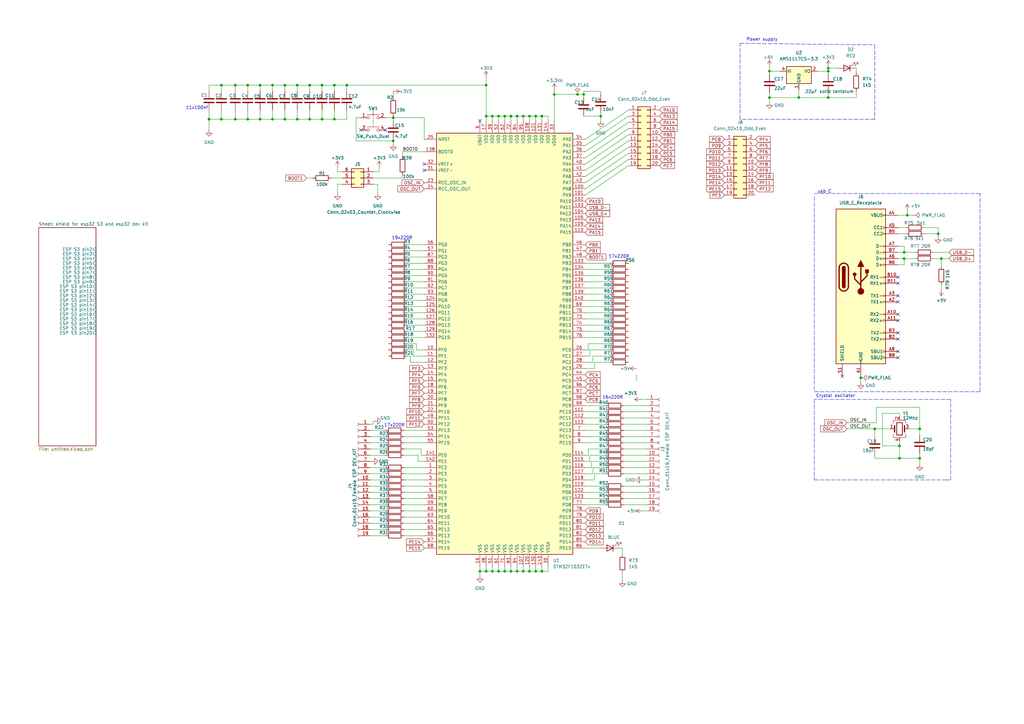
<source format=kicad_sch>
(kicad_sch (version 20211123) (generator eeschema)
  (paper "A3")
  (junction (at 90.805 48.895))
  (junction (at 161.29 48.26))
  (junction (at 327.66 40.005))
  (junction (at 222.25 47.625))
  (junction (at 384.81 95.885))
  (junction (at 85.725 48.895))
  (junction (at 368.935 182.88))
  (junction (at 217.17 47.625))
  (junction (at 353.06 154.94))
  (junction (at 90.805 34.925))
  (junction (at 132.08 34.925))
  (junction (at 214.63 234.315))
  (junction (at 239.395 38.735))
  (junction (at 315.595 40.005))
  (junction (at 137.16 34.925))
  (junction (at 377.19 187.96))
  (junction (at 370.84 103.505))
  (junction (at 132.08 48.895))
  (junction (at 204.47 234.315))
  (junction (at 227.33 38.735))
  (junction (at 339.725 29.21))
  (junction (at 372.11 88.265))
  (junction (at 377.19 175.895))
  (junction (at 207.01 47.625))
  (junction (at 121.92 48.895))
  (junction (at 201.93 47.625))
  (junction (at 222.25 234.315))
  (junction (at 370.84 106.045))
  (junction (at 106.68 34.925))
  (junction (at 207.01 234.315))
  (junction (at 116.84 48.895))
  (junction (at 199.39 34.925))
  (junction (at 339.725 40.005))
  (junction (at 246.38 47.625))
  (junction (at 368.935 187.96))
  (junction (at 116.84 34.925))
  (junction (at 201.93 234.315))
  (junction (at 236.855 38.735))
  (junction (at 209.55 234.315))
  (junction (at 96.52 48.895))
  (junction (at 358.775 175.895))
  (junction (at 386.08 106.045))
  (junction (at 142.24 34.925))
  (junction (at 219.71 47.625))
  (junction (at 209.55 47.625))
  (junction (at 106.68 48.895))
  (junction (at 199.39 234.315))
  (junction (at 111.76 34.925))
  (junction (at 96.52 34.925))
  (junction (at 196.85 234.315))
  (junction (at 214.63 47.625))
  (junction (at 137.16 48.895))
  (junction (at 121.92 34.925))
  (junction (at 217.17 234.315))
  (junction (at 212.09 234.315))
  (junction (at 339.725 27.94))
  (junction (at 315.595 29.21))
  (junction (at 101.6 48.895))
  (junction (at 204.47 47.625))
  (junction (at 219.71 234.315))
  (junction (at 127 48.895))
  (junction (at 111.76 48.895))
  (junction (at 161.29 57.785))
  (junction (at 212.09 47.625))
  (junction (at 199.39 47.625))
  (junction (at 101.6 34.925))
  (junction (at 127 34.925))
  (no_connect (at 368.3 139.065))
  (no_connect (at 158.115 53.34))
  (no_connect (at 368.3 113.665))
  (no_connect (at 368.3 146.685))
  (no_connect (at 196.85 49.53))
  (no_connect (at 368.3 116.205))
  (no_connect (at 368.3 123.825))
  (no_connect (at 345.44 154.305))
  (no_connect (at 368.3 131.445))
  (no_connect (at 368.3 121.285))
  (no_connect (at 368.3 144.145))
  (no_connect (at 368.3 128.905))
  (no_connect (at 173.99 69.85))
  (no_connect (at 173.99 67.31))
  (no_connect (at 368.3 136.525))
  (no_connect (at 147.955 53.34))
  (wire (pts (xy 146.05 48.26) (xy 147.955 48.26)))
  (wire (pts (xy 240.03 64.77) (xy 257.81 52.705)))
  (wire (pts (xy 151.765 219.71) (xy 158.115 219.71)))
  (wire (pts (xy 90.805 45.085) (xy 90.805 48.895)))
  (wire (pts (xy 90.805 34.925) (xy 90.805 37.465)))
  (wire (pts (xy 240.03 135.89) (xy 250.19 135.89)))
  (wire (pts (xy 146.05 57.785) (xy 161.29 57.785)))
  (wire (pts (xy 161.29 47.625) (xy 161.29 48.26)))
  (wire (pts (xy 250.19 140.97) (xy 241.3 140.97)))
  (wire (pts (xy 240.03 166.37) (xy 248.285 166.37)))
  (wire (pts (xy 116.84 45.085) (xy 116.84 48.895)))
  (wire (pts (xy 96.52 48.895) (xy 90.805 48.895)))
  (wire (pts (xy 240.03 199.39) (xy 248.285 199.39)))
  (wire (pts (xy 255.905 179.07) (xy 265.43 179.07)))
  (wire (pts (xy 96.52 45.085) (xy 96.52 48.895)))
  (wire (pts (xy 368.3 93.345) (xy 371.475 93.345)))
  (wire (pts (xy 158.115 184.15) (xy 151.765 184.15)))
  (wire (pts (xy 370.84 108.585) (xy 370.84 106.045)))
  (wire (pts (xy 377.19 186.055) (xy 377.19 187.96)))
  (wire (pts (xy 132.08 34.925) (xy 132.08 37.465)))
  (wire (pts (xy 85.725 48.895) (xy 85.725 53.34)))
  (wire (pts (xy 351.155 40.005) (xy 339.725 40.005)))
  (wire (pts (xy 239.395 38.735) (xy 239.395 40.005)))
  (wire (pts (xy 240.03 151.13) (xy 243.84 151.13)))
  (wire (pts (xy 173.99 110.49) (xy 167.005 110.49)))
  (wire (pts (xy 359.41 173.355) (xy 359.41 167.005)))
  (wire (pts (xy 161.29 57.785) (xy 161.29 59.055)))
  (wire (pts (xy 246.38 46.355) (xy 246.38 47.625)))
  (wire (pts (xy 170.815 143.51) (xy 170.815 140.97)))
  (wire (pts (xy 212.09 234.315) (xy 214.63 234.315)))
  (wire (pts (xy 161.29 48.26) (xy 161.29 49.53)))
  (wire (pts (xy 240.03 125.73) (xy 250.19 125.73)))
  (wire (pts (xy 153.035 75.565) (xy 154.94 75.565)))
  (polyline (pts (xy 358.775 48.895) (xy 303.53 48.895)))
  (wire (pts (xy 372.11 88.265) (xy 372.11 86.36)))
  (wire (pts (xy 255.905 204.47) (xy 265.43 204.47)))
  (wire (pts (xy 171.45 186.69) (xy 165.735 186.69)))
  (wire (pts (xy 372.745 175.895) (xy 377.19 175.895)))
  (wire (pts (xy 138.43 70.485) (xy 140.335 70.485)))
  (wire (pts (xy 132.08 34.925) (xy 137.16 34.925)))
  (wire (pts (xy 217.17 232.41) (xy 217.17 234.315)))
  (wire (pts (xy 165.735 219.71) (xy 173.99 219.71)))
  (wire (pts (xy 173.99 125.73) (xy 167.005 125.73)))
  (wire (pts (xy 106.68 34.925) (xy 111.76 34.925)))
  (wire (pts (xy 96.52 34.925) (xy 101.6 34.925)))
  (wire (pts (xy 151.765 209.55) (xy 158.115 209.55)))
  (wire (pts (xy 199.39 232.41) (xy 199.39 234.315)))
  (wire (pts (xy 222.25 234.315) (xy 224.79 234.315)))
  (wire (pts (xy 222.25 47.625) (xy 222.25 49.53)))
  (wire (pts (xy 240.03 148.59) (xy 243.205 148.59)))
  (wire (pts (xy 243.205 191.77) (xy 248.285 191.77)))
  (wire (pts (xy 167.005 140.97) (xy 170.815 140.97)))
  (wire (pts (xy 339.725 29.21) (xy 339.725 30.48)))
  (wire (pts (xy 255.905 201.93) (xy 265.43 201.93)))
  (wire (pts (xy 204.47 232.41) (xy 204.47 234.315)))
  (wire (pts (xy 242.57 191.77) (xy 240.03 191.77)))
  (wire (pts (xy 240.03 189.23) (xy 241.935 189.23)))
  (wire (pts (xy 165.7885 204.47) (xy 173.99 204.47)))
  (wire (pts (xy 111.76 45.085) (xy 111.76 48.895)))
  (wire (pts (xy 173.99 133.35) (xy 167.005 133.35)))
  (wire (pts (xy 173.99 48.26) (xy 173.99 57.15)))
  (wire (pts (xy 173.99 135.89) (xy 167.005 135.89)))
  (wire (pts (xy 106.68 48.895) (xy 101.6 48.895)))
  (wire (pts (xy 151.765 176.53) (xy 158.115 176.53)))
  (wire (pts (xy 137.16 34.925) (xy 142.24 34.925)))
  (wire (pts (xy 370.84 106.045) (xy 375.285 106.045)))
  (wire (pts (xy 255.27 224.79) (xy 255.27 227.33)))
  (wire (pts (xy 255.905 173.99) (xy 265.43 173.99)))
  (wire (pts (xy 222.25 47.625) (xy 224.79 47.625)))
  (wire (pts (xy 224.79 47.625) (xy 224.79 49.53)))
  (wire (pts (xy 368.3 100.965) (xy 370.84 100.965)))
  (wire (pts (xy 204.47 234.315) (xy 207.01 234.315)))
  (wire (pts (xy 173.99 138.43) (xy 167.005 138.43)))
  (wire (pts (xy 153.035 70.485) (xy 155.575 70.485)))
  (polyline (pts (xy 389.89 163.83) (xy 334.01 163.83)))
  (wire (pts (xy 173.99 186.69) (xy 172.72 186.69)))
  (wire (pts (xy 241.3 143.51) (xy 240.03 143.51)))
  (wire (pts (xy 209.55 47.625) (xy 209.55 49.53)))
  (wire (pts (xy 153.035 172.72) (xy 153.67 172.72)))
  (wire (pts (xy 370.84 100.965) (xy 370.84 103.505)))
  (wire (pts (xy 171.45 189.23) (xy 171.45 186.69)))
  (wire (pts (xy 161.29 57.15) (xy 161.29 57.785)))
  (wire (pts (xy 121.92 34.925) (xy 121.92 37.465)))
  (wire (pts (xy 207.01 47.625) (xy 209.55 47.625)))
  (wire (pts (xy 386.08 116.84) (xy 386.08 118.745)))
  (wire (pts (xy 212.09 232.41) (xy 212.09 234.315)))
  (wire (pts (xy 146.05 48.26) (xy 146.05 57.785)))
  (wire (pts (xy 241.3 184.15) (xy 248.285 184.15)))
  (wire (pts (xy 248.285 189.23) (xy 242.57 189.23)))
  (wire (pts (xy 165.1 62.23) (xy 165.1 64.135)))
  (wire (pts (xy 240.03 194.31) (xy 243.205 194.31)))
  (wire (pts (xy 358.775 175.895) (xy 358.775 179.07)))
  (wire (pts (xy 377.19 175.895) (xy 377.19 178.435)))
  (wire (pts (xy 240.03 133.35) (xy 250.19 133.35)))
  (wire (pts (xy 240.03 115.57) (xy 250.19 115.57)))
  (wire (pts (xy 121.92 34.925) (xy 127 34.925)))
  (wire (pts (xy 137.16 34.925) (xy 137.16 37.465)))
  (wire (pts (xy 153.035 73.025) (xy 165.1 73.025)))
  (wire (pts (xy 199.39 47.625) (xy 201.93 47.625)))
  (wire (pts (xy 111.76 48.895) (xy 116.84 48.895)))
  (wire (pts (xy 151.765 217.17) (xy 158.115 217.17)))
  (wire (pts (xy 165.735 176.53) (xy 173.99 176.53)))
  (wire (pts (xy 246.38 47.625) (xy 239.395 47.625)))
  (wire (pts (xy 243.205 146.05) (xy 250.19 146.05)))
  (wire (pts (xy 240.03 69.85) (xy 257.81 57.785)))
  (wire (pts (xy 165.7885 191.77) (xy 173.99 191.77)))
  (wire (pts (xy 248.285 194.31) (xy 243.84 194.31)))
  (wire (pts (xy 243.84 148.59) (xy 250.19 148.59)))
  (wire (pts (xy 239.395 37.465) (xy 239.395 38.735)))
  (wire (pts (xy 173.99 128.27) (xy 167.005 128.27)))
  (wire (pts (xy 315.595 40.005) (xy 327.66 40.005)))
  (wire (pts (xy 151.765 189.23) (xy 152.4 189.23)))
  (wire (pts (xy 263.525 196.85) (xy 265.43 196.85)))
  (wire (pts (xy 243.84 151.13) (xy 243.84 148.59)))
  (wire (pts (xy 240.03 113.03) (xy 250.19 113.03)))
  (wire (pts (xy 167.005 102.87) (xy 173.99 102.87)))
  (wire (pts (xy 127 34.925) (xy 127 37.465)))
  (wire (pts (xy 240.03 171.45) (xy 248.285 171.45)))
  (wire (pts (xy 339.725 40.005) (xy 339.725 38.1)))
  (wire (pts (xy 227.33 38.735) (xy 227.33 49.53)))
  (wire (pts (xy 353.06 154.94) (xy 353.06 156.845)))
  (wire (pts (xy 227.33 38.735) (xy 236.855 38.735)))
  (wire (pts (xy 132.08 45.085) (xy 132.08 48.895)))
  (wire (pts (xy 173.99 107.95) (xy 167.005 107.95)))
  (wire (pts (xy 212.09 47.625) (xy 212.09 49.53)))
  (wire (pts (xy 127 48.895) (xy 132.08 48.895)))
  (wire (pts (xy 85.725 37.465) (xy 85.725 34.925)))
  (polyline (pts (xy 334.01 79.375) (xy 401.955 79.375)))
  (wire (pts (xy 315.595 29.21) (xy 315.595 30.48)))
  (wire (pts (xy 255.905 186.69) (xy 265.43 186.69)))
  (wire (pts (xy 151.765 214.63) (xy 158.115 214.63)))
  (wire (pts (xy 382.905 103.505) (xy 389.255 103.505)))
  (wire (pts (xy 242.57 189.23) (xy 242.57 191.77)))
  (wire (pts (xy 201.93 232.41) (xy 201.93 234.315)))
  (wire (pts (xy 241.935 186.69) (xy 248.285 186.69)))
  (wire (pts (xy 358.775 186.69) (xy 358.775 187.96)))
  (wire (pts (xy 240.03 128.27) (xy 250.19 128.27)))
  (wire (pts (xy 214.63 47.625) (xy 217.17 47.625)))
  (wire (pts (xy 173.99 123.19) (xy 167.005 123.19)))
  (wire (pts (xy 165.735 217.17) (xy 173.99 217.17)))
  (wire (pts (xy 384.81 95.885) (xy 384.81 97.155)))
  (wire (pts (xy 353.06 154.305) (xy 353.06 154.94)))
  (wire (pts (xy 127 45.085) (xy 127 48.895)))
  (wire (pts (xy 263.525 209.55) (xy 265.43 209.55)))
  (wire (pts (xy 240.03 176.53) (xy 248.285 176.53)))
  (wire (pts (xy 151.765 199.39) (xy 158.1685 199.39)))
  (wire (pts (xy 207.01 232.41) (xy 207.01 234.315)))
  (wire (pts (xy 142.24 34.925) (xy 142.24 37.465)))
  (wire (pts (xy 243.84 196.85) (xy 240.03 196.85)))
  (wire (pts (xy 111.76 34.925) (xy 116.84 34.925)))
  (wire (pts (xy 196.85 234.315) (xy 196.85 236.22)))
  (wire (pts (xy 240.03 57.15) (xy 257.81 45.085)))
  (wire (pts (xy 214.63 234.315) (xy 217.17 234.315)))
  (wire (pts (xy 361.95 182.88) (xy 368.935 182.88)))
  (wire (pts (xy 255.905 166.37) (xy 265.43 166.37)))
  (wire (pts (xy 255.27 234.95) (xy 255.27 238.125)))
  (wire (pts (xy 201.93 47.625) (xy 201.93 49.53)))
  (wire (pts (xy 351.155 37.465) (xy 351.155 40.005)))
  (wire (pts (xy 201.93 234.315) (xy 204.47 234.315)))
  (polyline (pts (xy 303.53 48.895) (xy 303.53 17.78)))
  (wire (pts (xy 315.595 38.1) (xy 315.595 40.005)))
  (wire (pts (xy 241.3 140.97) (xy 241.3 143.51)))
  (wire (pts (xy 240.03 59.69) (xy 257.81 47.625)))
  (wire (pts (xy 240.03 62.23) (xy 257.81 50.165)))
  (wire (pts (xy 384.81 93.345) (xy 384.81 95.885)))
  (wire (pts (xy 106.68 48.895) (xy 111.76 48.895)))
  (wire (pts (xy 151.765 207.01) (xy 158.1685 207.01)))
  (wire (pts (xy 158.115 186.69) (xy 151.765 186.69)))
  (wire (pts (xy 132.08 48.895) (xy 137.16 48.895)))
  (wire (pts (xy 125.73 73.025) (xy 128.27 73.025)))
  (wire (pts (xy 260.985 153.67) (xy 260.985 156.21)))
  (wire (pts (xy 243.84 194.31) (xy 243.84 196.85)))
  (wire (pts (xy 121.92 45.085) (xy 121.92 48.895)))
  (wire (pts (xy 173.99 118.11) (xy 167.005 118.11)))
  (wire (pts (xy 161.29 48.26) (xy 173.99 48.26)))
  (wire (pts (xy 172.72 184.15) (xy 165.735 184.15)))
  (wire (pts (xy 240.03 120.65) (xy 250.19 120.65)))
  (wire (pts (xy 207.01 47.625) (xy 207.01 49.53)))
  (wire (pts (xy 165.735 214.63) (xy 173.99 214.63)))
  (wire (pts (xy 217.17 47.625) (xy 217.17 49.53)))
  (polyline (pts (xy 334.01 160.655) (xy 401.955 160.655)))
  (wire (pts (xy 151.765 201.93) (xy 158.1685 201.93)))
  (wire (pts (xy 262.89 163.83) (xy 265.43 163.83)))
  (wire (pts (xy 370.84 103.505) (xy 375.285 103.505)))
  (wire (pts (xy 240.03 207.01) (xy 248.285 207.01)))
  (wire (pts (xy 368.3 88.265) (xy 372.11 88.265)))
  (wire (pts (xy 137.16 48.895) (xy 142.24 48.895)))
  (polyline (pts (xy 358.775 18.415) (xy 358.775 48.895)))
  (wire (pts (xy 377.19 190.5) (xy 377.19 187.96)))
  (wire (pts (xy 368.935 187.96) (xy 368.935 182.88)))
  (wire (pts (xy 327.66 40.005) (xy 327.66 36.83)))
  (wire (pts (xy 240.03 72.39) (xy 257.81 60.325)))
  (wire (pts (xy 255.905 184.15) (xy 265.43 184.15)))
  (wire (pts (xy 106.68 45.085) (xy 106.68 48.895)))
  (wire (pts (xy 241.935 143.51) (xy 250.19 143.51)))
  (wire (pts (xy 138.43 68.58) (xy 138.43 70.485)))
  (wire (pts (xy 201.93 47.625) (xy 204.47 47.625)))
  (wire (pts (xy 209.55 232.41) (xy 209.55 234.315)))
  (wire (pts (xy 255.905 207.01) (xy 265.43 207.01)))
  (wire (pts (xy 173.99 113.03) (xy 167.005 113.03)))
  (wire (pts (xy 361.95 169.545) (xy 361.95 182.88)))
  (wire (pts (xy 240.03 181.61) (xy 248.285 181.61)))
  (wire (pts (xy 368.3 108.585) (xy 370.84 108.585)))
  (wire (pts (xy 240.03 173.99) (xy 248.285 173.99)))
  (wire (pts (xy 382.905 106.045) (xy 386.08 106.045)))
  (wire (pts (xy 255.905 191.77) (xy 265.43 191.77)))
  (wire (pts (xy 161.29 37.465) (xy 161.29 40.005)))
  (wire (pts (xy 240.03 138.43) (xy 250.19 138.43)))
  (wire (pts (xy 315.595 40.005) (xy 315.595 41.91)))
  (wire (pts (xy 214.63 232.41) (xy 214.63 234.315)))
  (wire (pts (xy 151.765 179.07) (xy 158.115 179.07)))
  (wire (pts (xy 240.03 110.49) (xy 250.19 110.49)))
  (wire (pts (xy 151.765 194.31) (xy 158.1685 194.31)))
  (wire (pts (xy 151.765 212.09) (xy 158.115 212.09)))
  (wire (pts (xy 240.03 168.91) (xy 248.285 168.91)))
  (wire (pts (xy 151.765 191.77) (xy 158.1685 191.77)))
  (wire (pts (xy 165.735 212.09) (xy 173.99 212.09)))
  (wire (pts (xy 214.63 47.625) (xy 214.63 49.53)))
  (wire (pts (xy 85.725 34.925) (xy 90.805 34.925)))
  (wire (pts (xy 240.03 201.93) (xy 248.285 201.93)))
  (wire (pts (xy 167.005 100.33) (xy 173.99 100.33)))
  (wire (pts (xy 339.725 27.305) (xy 339.725 27.94)))
  (wire (pts (xy 199.39 47.625) (xy 199.39 49.53)))
  (wire (pts (xy 327.66 40.005) (xy 339.725 40.005)))
  (wire (pts (xy 240.03 123.19) (xy 250.19 123.19)))
  (wire (pts (xy 173.99 115.57) (xy 167.005 115.57)))
  (wire (pts (xy 241.935 146.05) (xy 241.935 143.51)))
  (wire (pts (xy 224.79 234.315) (xy 224.79 232.41)))
  (wire (pts (xy 339.725 27.94) (xy 343.535 27.94)))
  (wire (pts (xy 241.935 189.23) (xy 241.935 186.69)))
  (wire (pts (xy 240.03 224.79) (xy 246.38 224.79)))
  (wire (pts (xy 255.905 199.39) (xy 265.43 199.39)))
  (wire (pts (xy 212.09 47.625) (xy 214.63 47.625)))
  (wire (pts (xy 239.395 37.465) (xy 246.38 37.465)))
  (wire (pts (xy 246.38 37.465) (xy 246.38 38.735)))
  (wire (pts (xy 172.72 186.69) (xy 172.72 184.15)))
  (wire (pts (xy 165.735 181.61) (xy 173.99 181.61)))
  (wire (pts (xy 320.04 29.21) (xy 315.595 29.21)))
  (wire (pts (xy 158.115 48.26) (xy 161.29 48.26)))
  (wire (pts (xy 217.17 234.315) (xy 219.71 234.315)))
  (polyline (pts (xy 334.01 163.83) (xy 334.01 196.85)))
  (wire (pts (xy 196.85 234.315) (xy 199.39 234.315)))
  (wire (pts (xy 101.6 48.895) (xy 96.52 48.895)))
  (wire (pts (xy 85.725 45.085) (xy 85.725 48.895)))
  (wire (pts (xy 204.47 47.625) (xy 204.47 49.53)))
  (wire (pts (xy 243.205 148.59) (xy 243.205 146.05)))
  (polyline (pts (xy 387.985 196.85) (xy 389.89 196.85)))
  (wire (pts (xy 121.92 48.895) (xy 127 48.895)))
  (wire (pts (xy 368.3 106.045) (xy 370.84 106.045)))
  (wire (pts (xy 209.55 234.315) (xy 212.09 234.315)))
  (wire (pts (xy 255.905 168.91) (xy 265.43 168.91)))
  (wire (pts (xy 165.7885 194.31) (xy 173.99 194.31)))
  (wire (pts (xy 240.03 130.81) (xy 250.19 130.81)))
  (polyline (pts (xy 334.01 80.645) (xy 334.01 160.655)))
  (wire (pts (xy 173.99 130.81) (xy 167.005 130.81)))
  (wire (pts (xy 155.575 70.485) (xy 155.575 68.58)))
  (wire (pts (xy 240.03 204.47) (xy 248.285 204.47)))
  (wire (pts (xy 240.03 146.05) (xy 241.935 146.05)))
  (wire (pts (xy 219.71 47.625) (xy 222.25 47.625)))
  (wire (pts (xy 379.095 93.345) (xy 384.81 93.345)))
  (wire (pts (xy 101.6 34.925) (xy 101.6 37.465)))
  (wire (pts (xy 138.43 75.565) (xy 140.335 75.565)))
  (wire (pts (xy 169.545 143.51) (xy 167.005 143.51)))
  (wire (pts (xy 204.47 47.625) (xy 207.01 47.625)))
  (wire (pts (xy 240.03 179.07) (xy 248.285 179.07)))
  (wire (pts (xy 386.08 106.045) (xy 386.08 109.22)))
  (wire (pts (xy 165.7885 199.39) (xy 173.99 199.39)))
  (wire (pts (xy 222.25 232.41) (xy 222.25 234.315)))
  (wire (pts (xy 240.03 67.31) (xy 257.81 55.245)))
  (wire (pts (xy 219.71 232.41) (xy 219.71 234.315)))
  (wire (pts (xy 116.84 48.895) (xy 121.92 48.895)))
  (wire (pts (xy 243.205 194.31) (xy 243.205 191.77)))
  (wire (pts (xy 358.775 187.96) (xy 368.935 187.96)))
  (wire (pts (xy 240.03 118.11) (xy 250.19 118.11)))
  (wire (pts (xy 154.94 75.565) (xy 154.94 79.375)))
  (wire (pts (xy 151.765 181.61) (xy 158.115 181.61)))
  (wire (pts (xy 219.71 47.625) (xy 219.71 49.53)))
  (wire (pts (xy 142.24 45.085) (xy 142.24 48.895)))
  (wire (pts (xy 101.6 45.085) (xy 101.6 48.895)))
  (wire (pts (xy 116.84 34.925) (xy 121.92 34.925)))
  (wire (pts (xy 173.99 189.23) (xy 171.45 189.23)))
  (wire (pts (xy 236.855 38.735) (xy 239.395 38.735)))
  (wire (pts (xy 165.7885 207.01) (xy 173.99 207.01)))
  (wire (pts (xy 169.545 146.05) (xy 169.545 143.51)))
  (wire (pts (xy 255.905 171.45) (xy 265.43 171.45)))
  (wire (pts (xy 101.6 34.925) (xy 106.68 34.925)))
  (wire (pts (xy 153.035 173.99) (xy 153.035 172.72)))
  (wire (pts (xy 138.43 79.375) (xy 138.43 75.565)))
  (wire (pts (xy 151.765 204.47) (xy 158.1685 204.47)))
  (wire (pts (xy 359.41 167.005) (xy 377.19 167.005)))
  (wire (pts (xy 335.28 29.21) (xy 339.725 29.21)))
  (wire (pts (xy 165.7885 201.93) (xy 173.99 201.93)))
  (wire (pts (xy 265.43 189.23) (xy 255.905 189.23)))
  (wire (pts (xy 165.735 209.55) (xy 173.99 209.55)))
  (wire (pts (xy 199.39 234.315) (xy 201.93 234.315)))
  (wire (pts (xy 217.17 47.625) (xy 219.71 47.625)))
  (wire (pts (xy 255.905 181.61) (xy 265.43 181.61)))
  (wire (pts (xy 254 224.79) (xy 255.27 224.79)))
  (wire (pts (xy 168.275 146.05) (xy 167.005 146.05)))
  (wire (pts (xy 142.24 34.925) (xy 199.39 34.925)))
  (wire (pts (xy 315.595 27.305) (xy 315.595 29.21)))
  (wire (pts (xy 255.905 176.53) (xy 265.43 176.53)))
  (wire (pts (xy 368.935 169.545) (xy 361.95 169.545)))
  (wire (pts (xy 265.43 194.31) (xy 255.905 194.31)))
  (wire (pts (xy 358.775 175.895) (xy 365.125 175.895)))
  (wire (pts (xy 347.345 173.355) (xy 359.41 173.355)))
  (wire (pts (xy 165.7885 196.85) (xy 173.99 196.85)))
  (wire (pts (xy 135.89 73.025) (xy 140.335 73.025)))
  (wire (pts (xy 368.3 103.505) (xy 370.84 103.505)))
  (wire (pts (xy 240.03 107.95) (xy 250.19 107.95)))
  (wire (pts (xy 379.095 95.885) (xy 384.81 95.885)))
  (polyline (pts (xy 334.01 196.85) (xy 387.985 196.85)))
  (wire (pts (xy 374.65 88.265) (xy 372.11 88.265)))
  (wire (pts (xy 240.03 80.01) (xy 257.81 67.945)))
  (wire (pts (xy 116.84 34.925) (xy 116.84 37.465)))
  (wire (pts (xy 241.3 186.69) (xy 241.3 184.15)))
  (wire (pts (xy 199.39 31.75) (xy 199.39 34.925)))
  (wire (pts (xy 96.52 34.925) (xy 96.52 37.465)))
  (wire (pts (xy 246.38 47.625) (xy 246.38 49.53)))
  (wire (pts (xy 165.735 179.07) (xy 173.99 179.07)))
  (wire (pts (xy 196.85 232.41) (xy 196.85 234.315)))
  (wire (pts (xy 351.155 27.94) (xy 351.155 29.845)))
  (wire (pts (xy 85.725 48.895) (xy 90.805 48.895)))
  (wire (pts (xy 106.68 34.925) (xy 106.68 37.465)))
  (wire (pts (xy 151.765 173.99) (xy 153.035 173.99)))
  (wire (pts (xy 111.76 34.925) (xy 111.76 37.465)))
  (wire (pts (xy 209.55 47.625) (xy 212.09 47.625)))
  (wire (pts (xy 90.805 34.925) (xy 96.52 34.925)))
  (wire (pts (xy 168.275 148.59) (xy 168.275 146.05)))
  (wire (pts (xy 199.39 34.925) (xy 199.39 47.625)))
  (wire (pts (xy 173.99 105.41) (xy 167.005 105.41)))
  (wire (pts (xy 173.99 148.59) (xy 168.275 148.59)))
  (wire (pts (xy 240.03 74.93) (xy 257.81 62.865)))
  (wire (pts (xy 151.765 196.85) (xy 158.1685 196.85)))
  (wire (pts (xy 347.345 175.895) (xy 358.775 175.895)))
  (wire (pts (xy 368.935 182.88) (xy 368.935 180.975)))
  (wire (pts (xy 173.99 143.51) (xy 170.815 143.51)))
  (wire (pts (xy 368.935 187.96) (xy 377.19 187.96)))
  (wire (pts (xy 165.1 73.025) (xy 165.1 71.755)))
  (wire (pts (xy 127 34.925) (xy 132.08 34.925)))
  (wire (pts (xy 240.03 77.47) (xy 257.81 65.405)))
  (wire (pts (xy 207.01 234.315) (xy 209.55 234.315)))
  (polyline (pts (xy 401.955 160.655) (xy 401.955 79.375)))
  (wire (pts (xy 386.08 106.045) (xy 389.255 106.045)))
  (wire (pts (xy 227.33 36.83) (xy 227.33 38.735)))
  (wire (pts (xy 377.19 167.005) (xy 377.19 175.895)))
  (wire (pts (xy 137.16 45.085) (xy 137.16 48.895)))
  (wire (pts (xy 368.935 170.815) (xy 368.935 169.545)))
  (wire (pts (xy 173.99 146.05) (xy 169.545 146.05)))
  (wire (pts (xy 240.03 186.69) (xy 241.3 186.69)))
  (wire (pts (xy 339.725 27.94) (xy 339.725 29.21)))
  (wire (pts (xy 368.3 95.885) (xy 371.475 95.885)))
  (wire (pts (xy 219.71 234.315) (xy 222.25 234.315)))
  (polyline (pts (xy 389.89 196.85) (xy 389.89 163.83)))
  (wire (pts (xy 173.99 120.65) (xy 167.005 120.65)))
  (polyline (pts (xy 303.53 17.78) (xy 358.775 18.415)))
  (wire (pts (xy 165.1 62.23) (xy 173.99 62.23)))
  (text "Power supply\n\n" (at 306.07 19.05 0) (effects (font (size 1.27 1.27)) (justify left bottom)))
  (text "16x220R" (at 247.015 163.83 0) (effects (font (size 1.27 1.27)) (justify left bottom)))
  (text "17x220R" (at 157.48 175.26 0) (effects (font (size 1.27 1.27)) (justify left bottom)))
  (text "Crystal oscilator" (at 334.645 163.195 0) (effects (font (size 1.27 1.27)) (justify left bottom)))
  (text "17x220R" (at 249.555 106.045 0) (effects (font (size 1.27 1.27)) (justify left bottom)))
  (text "usb C" (at 335.28 79.375 0) (effects (font (size 1.27 1.27)) (justify left bottom)))
  (text "19x220R" (at 160.655 98.425 0) (effects (font (size 1.27 1.27)) (justify left bottom)))
  (text "11x100nF" (at 76.2 45.085 0) (effects (font (size 1.27 1.27)) (justify left bottom)))
  (label "OSC_OUT" (at 348.615 175.895 0))
  (label "OSC_IN" (at 348.615 173.355 0))
  (label "BOOT0" (at 165.1 62.23 0))
  (global_label "PD11" (shape input) (at 297.18 64.77 180) (property "Intersheet References" "${INTERSHEET_REFS}" (effects hide)))
  (global_label "PC6" (shape input) (at 270.51 65.405 0) (property "Intersheet References" "${INTERSHEET_REFS}" (effects hide)))
  (global_label "PF3" (shape input) (at 297.18 80.01 180) (property "Intersheet References" "${INTERSHEET_REFS}" (effects hide)))
  (global_label "PB0" (shape input) (at 270.51 55.245 0) (property "Intersheet References" "${INTERSHEET_REFS}" (effects hide)))
  (global_label "PC8" (shape input) (at 240.03 163.83 0) (property "Intersheet References" "${INTERSHEET_REFS}" (effects hide)))
  (global_label "USB_D-" (shape input) (at 389.255 103.505 0) (property "Intersheet References" "${INTERSHEET_REFS}" (effects hide)))
  (global_label "PD10" (shape input) (at 240.03 212.09 0) (property "Intersheet References" "${INTERSHEET_REFS}" (effects hide)))
  (global_label "PB0" (shape input) (at 240.03 100.33 0) (property "Intersheet References" "${INTERSHEET_REFS}" (effects hide)))
  (global_label "PC6" (shape input) (at 240.03 158.75 0) (property "Intersheet References" "${INTERSHEET_REFS}" (effects hide)))
  (global_label "PF6" (shape input) (at 309.88 62.23 0) (property "Intersheet References" "${INTERSHEET_REFS}" (effects hide)))
  (global_label "PF6" (shape input) (at 173.99 158.75 180) (property "Intersheet References" "${INTERSHEET_REFS}" (effects hide)))
  (global_label "BOOT1" (shape input) (at 240.03 105.41 0) (property "Intersheet References" "${INTERSHEET_REFS}" (effects hide)))
  (global_label "OSC_IN" (shape input) (at 173.99 74.93 180) (property "Intersheet References" "${INTERSHEET_REFS}" (effects hide)))
  (global_label "BOOT1" (shape input) (at 125.73 73.025 180) (property "Intersheet References" "${INTERSHEET_REFS}" (effects hide)))
  (global_label "OSC_OUT" (shape input) (at 347.345 175.895 180) (property "Intersheet References" "${INTERSHEET_REFS}" (effects hide)))
  (global_label "PF10" (shape input) (at 173.99 168.91 180) (property "Intersheet References" "${INTERSHEET_REFS}" (effects hide)))
  (global_label "PA15" (shape input) (at 270.51 52.705 0) (property "Intersheet References" "${INTERSHEET_REFS}" (effects hide)))
  (global_label "PF9" (shape input) (at 309.88 69.85 0) (property "Intersheet References" "${INTERSHEET_REFS}" (effects hide)))
  (global_label "PE15" (shape input) (at 297.18 77.47 180) (property "Intersheet References" "${INTERSHEET_REFS}" (effects hide)))
  (global_label "PC8" (shape input) (at 297.18 57.15 180) (property "Intersheet References" "${INTERSHEET_REFS}" (effects hide)))
  (global_label "PE15" (shape input) (at 173.99 224.79 180) (property "Intersheet References" "${INTERSHEET_REFS}" (effects hide)))
  (global_label "PA14" (shape input) (at 270.51 50.165 0) (property "Intersheet References" "${INTERSHEET_REFS}" (effects hide)))
  (global_label "PA15" (shape input) (at 240.03 95.25 0) (property "Intersheet References" "${INTERSHEET_REFS}" (effects hide)))
  (global_label "PF5" (shape input) (at 173.99 156.21 180) (property "Intersheet References" "${INTERSHEET_REFS}" (effects hide)))
  (global_label "PC4" (shape input) (at 240.03 153.67 0) (property "Intersheet References" "${INTERSHEET_REFS}" (effects hide)))
  (global_label "PA10" (shape input) (at 270.51 45.085 0) (property "Intersheet References" "${INTERSHEET_REFS}" (effects hide)))
  (global_label "PF8" (shape input) (at 309.88 67.31 0) (property "Intersheet References" "${INTERSHEET_REFS}" (effects hide)))
  (global_label "PD12" (shape input) (at 240.03 217.17 0) (property "Intersheet References" "${INTERSHEET_REFS}" (effects hide)))
  (global_label "PA13" (shape input) (at 240.03 90.17 0) (property "Intersheet References" "${INTERSHEET_REFS}" (effects hide)))
  (global_label "PF12" (shape input) (at 309.88 77.47 0) (property "Intersheet References" "${INTERSHEET_REFS}" (effects hide)))
  (global_label "PD9" (shape input) (at 240.03 209.55 0) (property "Intersheet References" "${INTERSHEET_REFS}" (effects hide)))
  (global_label "PD11" (shape input) (at 240.03 214.63 0) (property "Intersheet References" "${INTERSHEET_REFS}" (effects hide)))
  (global_label "OSC_IN" (shape input) (at 347.345 173.355 180) (property "Intersheet References" "${INTERSHEET_REFS}" (effects hide)))
  (global_label "PB1" (shape input) (at 270.51 57.785 0) (property "Intersheet References" "${INTERSHEET_REFS}" (effects hide)))
  (global_label "PF7" (shape input) (at 309.88 64.77 0) (property "Intersheet References" "${INTERSHEET_REFS}" (effects hide)))
  (global_label "PF3" (shape input) (at 173.99 151.13 180) (property "Intersheet References" "${INTERSHEET_REFS}" (effects hide)))
  (global_label "PF12" (shape input) (at 173.99 173.99 180) (property "Intersheet References" "${INTERSHEET_REFS}" (effects hide)))
  (global_label "PA10" (shape input) (at 240.03 82.55 0) (property "Intersheet References" "${INTERSHEET_REFS}" (effects hide)))
  (global_label "PF7" (shape input) (at 173.99 161.29 180) (property "Intersheet References" "${INTERSHEET_REFS}" (effects hide)))
  (global_label "PC7" (shape input) (at 240.03 161.29 0) (property "Intersheet References" "${INTERSHEET_REFS}" (effects hide)))
  (global_label "PF11" (shape input) (at 309.88 74.93 0) (property "Intersheet References" "${INTERSHEET_REFS}" (effects hide)))
  (global_label "PF8" (shape input) (at 173.99 163.83 180) (property "Intersheet References" "${INTERSHEET_REFS}" (effects hide)))
  (global_label "PD12" (shape input) (at 297.18 67.31 180) (property "Intersheet References" "${INTERSHEET_REFS}" (effects hide)))
  (global_label "PD13" (shape input) (at 240.03 219.71 0) (property "Intersheet References" "${INTERSHEET_REFS}" (effects hide)))
  (global_label "PE14" (shape input) (at 173.99 222.25 180) (property "Intersheet References" "${INTERSHEET_REFS}" (effects hide)))
  (global_label "PF4" (shape input) (at 173.99 153.67 180) (property "Intersheet References" "${INTERSHEET_REFS}" (effects hide)))
  (global_label "PD14" (shape input) (at 297.18 72.39 180) (property "Intersheet References" "${INTERSHEET_REFS}" (effects hide)))
  (global_label "PB1" (shape input) (at 240.03 102.87 0) (property "Intersheet References" "${INTERSHEET_REFS}" (effects hide)))
  (global_label "USB_D+" (shape input) (at 389.255 106.045 0) (property "Intersheet References" "${INTERSHEET_REFS}" (effects hide)))
  (global_label "PD9" (shape input) (at 297.18 59.69 180) (property "Intersheet References" "${INTERSHEET_REFS}" (effects hide)))
  (global_label "PF11" (shape input) (at 173.99 171.45 180) (property "Intersheet References" "${INTERSHEET_REFS}" (effects hide)))
  (global_label "PE14" (shape input) (at 297.18 74.93 180) (property "Intersheet References" "${INTERSHEET_REFS}" (effects hide)))
  (global_label "PA13" (shape input) (at 270.51 47.625 0) (property "Intersheet References" "${INTERSHEET_REFS}" (effects hide)))
  (global_label "OSC_OUT" (shape input) (at 173.99 77.47 180) (property "Intersheet References" "${INTERSHEET_REFS}" (effects hide)))
  (global_label "PF10" (shape input) (at 309.88 72.39 0) (property "Intersheet References" "${INTERSHEET_REFS}" (effects hide)))
  (global_label "PF9" (shape input) (at 173.99 166.37 180) (property "Intersheet References" "${INTERSHEET_REFS}" (effects hide)))
  (global_label "PF5" (shape input) (at 309.88 59.69 0) (property "Intersheet References" "${INTERSHEET_REFS}" (effects hide)))
  (global_label "PC4" (shape input) (at 270.51 60.325 0) (property "Intersheet References" "${INTERSHEET_REFS}" (effects hide)))
  (global_label "PC5" (shape input) (at 240.03 156.21 0) (property "Intersheet References" "${INTERSHEET_REFS}" (effects hide)))
  (global_label "USB_D-" (shape input) (at 240.03 85.09 0) (property "Intersheet References" "${INTERSHEET_REFS}" (effects hide)))
  (global_label "USB_D+" (shape input) (at 240.03 87.63 0) (property "Intersheet References" "${INTERSHEET_REFS}" (effects hide)))
  (global_label "PD14" (shape input) (at 240.03 222.25 0) (property "Intersheet References" "${INTERSHEET_REFS}" (effects hide)))
  (global_label "PC5" (shape input) (at 270.51 62.865 0) (property "Intersheet References" "${INTERSHEET_REFS}" (effects hide)))
  (global_label "PD10" (shape input) (at 297.18 62.23 180) (property "Intersheet References" "${INTERSHEET_REFS}" (effects hide)))
  (global_label "PC7" (shape input) (at 270.51 67.945 0) (property "Intersheet References" "${INTERSHEET_REFS}" (effects hide)))
  (global_label "PA14" (shape input) (at 240.03 92.71 0) (property "Intersheet References" "${INTERSHEET_REFS}" (effects hide)))
  (global_label "PD13" (shape input) (at 297.18 69.85 180) (property "Intersheet References" "${INTERSHEET_REFS}" (effects hide)))
  (global_label "PF4" (shape input) (at 309.88 57.15 0) (property "Intersheet References" "${INTERSHEET_REFS}" (effects hide)))
  (symbol (lib_id "Device:R") (at 161.9785 191.77 90) (unit 1)
    (property "Reference" "R32" (at 157.48 190.5 90))
    (property "Value" "220R" (effects hide))
    (property "Footprint" "Resistor_SMD:R_0603_1608Metric_Pad0.98x0.95mm_HandSolder" (effects hide))
    (property "LCSC" "C22962" (effects hide))
  )
  (symbol (lib_id "Device:R") (at 375.285 95.885 90) (unit 1)
    (property "Reference" "R76" (at 372.745 97.79 90))
    (property "Value" "5k1" (at 377.19 97.79 90))
    (property "Footprint" "Resistor_SMD:R_0603_1608Metric_Pad0.98x0.95mm_HandSolder" (effects hide))
    (property "LCSC" "C23186" (effects hide))
  )
  (symbol (lib_id "Device:C") (at 239.395 43.815 0) (unit 1)
    (property "Reference" "C13" (at 235.585 42.037 0) (effects (justify left)))
    (property "Value" "1uF" (at 240.157 44.831 0) (effects (justify left)))
    (property "Footprint" "Capacitor_SMD:C_0603_1608Metric_Pad1.08x0.95mm_HandSolder" (effects hide))
    (property "LCSC" "C15849" (effects hide))
  )
  (symbol (lib_id "power:+3V3") (at 339.725 27.305 0) (unit 1)
    (property "Reference" "#PWR0108" (effects hide))
    (property "Value" "+3V3" (at 339.725 23.495 0))
  )
  (symbol (lib_id "Device:C") (at 358.775 182.88 0) (unit 1)
    (property "Reference" "C19" (at 355.6 180.975 0) (effects (justify left)))
    (property "Value" "18pF" (at 353.695 184.785 0) (effects (justify left)))
    (property "Footprint" "Capacitor_SMD:C_0603_1608Metric_Pad1.08x0.95mm_HandSolder" (effects hide))
    (property "LCSC" "C1647" (effects hide))
  )
  (symbol (lib_id "Device:R") (at 163.195 100.33 270) (mirror x) (unit 1)
    (property "Reference" "R3" (at 167.005 99.06 90))
    (property "Value" "220R" (effects hide))
    (property "Footprint" "Resistor_SMD:R_0603_1608Metric_Pad0.98x0.95mm_HandSolder" (effects hide))
    (property "LCSC" "C22962" (effects hide))
  )
  (symbol (lib_id "Device:R") (at 161.925 219.71 90) (unit 1)
    (property "Reference" "R31" (at 157.48 218.44 90))
    (property "Value" "220R" (effects hide))
    (property "Footprint" "Resistor_SMD:R_0603_1608Metric_Pad0.98x0.95mm_HandSolder" (effects hide))
    (property "LCSC" "C22962" (effects hide))
  )
  (symbol (lib_id "Device:R") (at 252.095 204.47 90) (unit 1)
    (property "Reference" "R54" (at 247.65 203.2 90))
    (property "Value" "220R" (effects hide))
    (property "Footprint" "Resistor_SMD:R_0603_1608Metric_Pad0.98x0.95mm_HandSolder" (effects hide))
    (property "LCSC" "C22962" (effects hide))
  )
  (symbol (lib_id "Device:C") (at 90.805 41.275 0) (unit 1)
    (property "Reference" "C2" (at 88.265 39.243 0) (effects (justify left)))
    (property "Value" "10nF" (effects hide))
    (property "Footprint" "Capacitor_SMD:C_0402_1005Metric_Pad0.74x0.62mm_HandSolder" (effects hide))
    (property "LCSC" "C307331" (effects hide))
  )
  (symbol (lib_id "Device:R") (at 161.9785 194.31 90) (unit 1)
    (property "Reference" "R33" (at 157.48 193.04 90))
    (property "Value" "220R" (effects hide))
    (property "Footprint" "Resistor_SMD:R_0603_1608Metric_Pad0.98x0.95mm_HandSolder" (effects hide))
    (property "LCSC" "C22962" (effects hide))
  )
  (symbol (lib_id "Connector:USB_C_Receptacle") (at 353.06 113.665 0) (unit 1)
    (property "Reference" "J6" (at 353.06 80.645 0))
    (property "Value" "USB_C_Receptacle" (at 353.06 83.185 0))
    (property "Footprint" "Connector_USB:USB_C_Receptacle_XKB_U262-16XN-4BVC11" (effects hide))
    (property "Datasheet" "https://www.usb.org/sites/default/files/documents/usb_type-c.zip" (effects hide))
  )
  (symbol (lib_id "Device:C") (at 96.52 41.275 0) (unit 1)
    (property "Reference" "C3" (at 93.98 39.243 0) (effects (justify left)))
    (property "Value" "10nF" (effects hide))
    (property "Footprint" "Capacitor_SMD:C_0402_1005Metric_Pad0.74x0.62mm_HandSolder" (effects hide))
    (property "LCSC" "C307331" (effects hide))
  )
  (symbol (lib_id "Device:R") (at 165.1 67.945 0) (mirror y) (unit 1)
    (property "Reference" "R39" (at 167.005 64.77 0))
    (property "Value" "100k" (at 167.64 72.39 0))
    (property "Footprint" "Resistor_SMD:R_0603_1608Metric_Pad0.98x0.95mm_HandSolder" (effects hide))
    (property "LCSC" "C25803" (effects hide))
  )
  (symbol (lib_id "Device:R") (at 375.285 93.345 90) (unit 1)
    (property "Reference" "R75" (at 372.745 91.44 90))
    (property "Value" "5k1" (at 377.825 91.44 90))
    (property "Footprint" "Resistor_SMD:R_0603_1608Metric_Pad0.98x0.95mm_HandSolder" (effects hide))
    (property "LCSC" "C23186" (effects hide))
  )
  (symbol (lib_id "Device:C") (at 111.76 41.275 0) (unit 1)
    (property "Reference" "C6" (at 108.966 39.243 0) (effects (justify left)))
    (property "Value" "10nF" (effects hide))
    (property "Footprint" "Capacitor_SMD:C_0603_1608Metric_Pad1.08x0.95mm_HandSolder" (effects hide))
    (property "LCSC" "C14663" (effects hide))
  )
  (symbol (lib_id "Device:C") (at 132.08 41.275 0) (unit 1)
    (property "Reference" "C10" (at 128.27 39.497 0) (effects (justify left)))
    (property "Value" "10nF" (effects hide))
    (property "Footprint" "Capacitor_SMD:C_0805_2012Metric_Pad1.18x1.45mm_HandSolder" (effects hide))
    (property "LCSC" "C49678" (effects hide))
  )
  (symbol (lib_id "Device:R") (at 252.095 191.77 90) (unit 1)
    (property "Reference" "R50" (at 247.65 190.5 90))
    (property "Value" "220R" (effects hide))
    (property "Footprint" "Resistor_SMD:R_0603_1608Metric_Pad0.98x0.95mm_HandSolder" (effects hide))
    (property "LCSC" "C22962" (effects hide))
  )
  (symbol (lib_id "Device:R") (at 163.195 143.51 270) (mirror x) (unit 1)
    (property "Reference" "R20" (at 167.64 142.24 90))
    (property "Value" "220R" (effects hide))
    (property "Footprint" "Resistor_SMD:R_0603_1608Metric_Pad0.98x0.95mm_HandSolder" (effects hide))
    (property "LCSC" "C22962" (effects hide))
  )
  (symbol (lib_id "power:PWR_FLAG") (at 374.65 88.265 270) (unit 1)
    (property "Reference" "#FLG0102" (effects hide))
    (property "Value" "PWR_FLAG" (at 382.905 88.265 90))
  )
  (symbol (lib_id "Device:R") (at 252.095 166.37 90) (unit 1)
    (property "Reference" "R40" (at 247.65 165.1 90))
    (property "Value" "220R" (effects hide))
    (property "Footprint" "Resistor_SMD:R_0603_1608Metric_Pad0.98x0.95mm_HandSolder" (effects hide))
    (property "LCSC" "C22962" (effects hide))
  )
  (symbol (lib_id "Device:R") (at 254 146.05 90) (unit 1)
    (property "Reference" "R71" (at 249.555 144.78 90))
    (property "Value" "220R" (effects hide))
    (property "Footprint" "Resistor_SMD:R_0603_1608Metric_Pad0.98x0.95mm_HandSolder" (effects hide))
    (property "LCSC" "C22962" (effects hide))
  )
  (symbol (lib_id "Connector:Conn_01x19_Female") (at 270.51 186.69 0) (unit 1)
    (property "Reference" "J3" (at 271.78 185.4199 90) (effects (justify left)))
    (property "Value" "Conn_01x19_Female ESP DEV_KIT" (at 273.685 201.295 90) (effects (justify left)))
    (property "Footprint" "Connector_PinSocket_2.54mm:PinSocket_1x19_P2.54mm_Vertical" (effects hide))
    (property "LCSC" "C319202" (effects hide))
  )
  (symbol (lib_id "Device:C") (at 116.84 41.275 0) (unit 1)
    (property "Reference" "C7" (at 114.3 39.497 0) (effects (justify left)))
    (property "Value" "10nF" (effects hide))
    (property "Footprint" "Capacitor_SMD:C_0603_1608Metric_Pad1.08x0.95mm_HandSolder" (effects hide))
    (property "LCSC" "C14663" (effects hide))
  )
  (symbol (lib_id "Device:R") (at 161.9785 204.47 90) (unit 1)
    (property "Reference" "R37" (at 157.48 203.2 90))
    (property "Value" "220R" (effects hide))
    (property "Footprint" "Resistor_SMD:R_0603_1608Metric_Pad0.98x0.95mm_HandSolder" (effects hide))
    (property "LCSC" "C22962" (effects hide))
  )
  (symbol (lib_id "Device:C") (at 377.19 182.245 0) (unit 1)
    (property "Reference" "C20" (at 378.46 180.34 0) (effects (justify left)))
    (property "Value" "18pF" (at 378.46 184.15 0) (effects (justify left)))
    (property "Footprint" "Capacitor_SMD:C_0603_1608Metric_Pad1.08x0.95mm_HandSolder" (effects hide))
    (property "LCSC" "C1647" (effects hide))
  )
  (symbol (lib_id "Device:R") (at 163.195 133.35 270) (mirror x) (unit 1)
    (property "Reference" "R16" (at 167.64 132.08 90))
    (property "Value" "220R" (effects hide))
    (property "Footprint" "Resistor_SMD:R_0603_1608Metric_Pad0.98x0.95mm_HandSolder" (effects hide))
    (property "LCSC" "C22962" (effects hide))
  )
  (symbol (lib_id "Device:R") (at 163.195 135.89 270) (mirror x) (unit 1)
    (property "Reference" "R17" (at 168.275 134.62 90))
    (property "Value" "220R" (effects hide))
    (property "Footprint" "Resistor_SMD:R_0603_1608Metric_Pad0.98x0.95mm_HandSolder" (effects hide))
    (property "LCSC" "C22962" (effects hide))
  )
  (symbol (lib_id "power:GND") (at 263.525 196.85 270) (unit 1)
    (property "Reference" "#PWR016" (effects hide))
    (property "Value" "GND" (at 256.54 196.85 90) (effects (justify left)))
  )
  (symbol (lib_id "Device:R") (at 163.195 115.57 270) (mirror x) (unit 1)
    (property "Reference" "R9" (at 167.005 114.3 90))
    (property "Value" "220R" (effects hide))
    (property "Footprint" "Resistor_SMD:R_0603_1608Metric_Pad0.98x0.95mm_HandSolder" (effects hide))
    (property "LCSC" "C22962" (effects hide))
  )
  (symbol (lib_id "Device:R") (at 254 148.59 90) (unit 1)
    (property "Reference" "R72" (at 249.555 147.32 90))
    (property "Value" "220R" (effects hide))
    (property "Footprint" "Resistor_SMD:R_0603_1608Metric_Pad0.98x0.95mm_HandSolder" (effects hide))
    (property "LCSC" "C22962" (effects hide))
  )
  (symbol (lib_id "Device:C") (at 121.92 41.275 0) (unit 1)
    (property "Reference" "C8" (at 119.126 39.243 0) (effects (justify left)))
    (property "Value" "10nF" (effects hide))
    (property "Footprint" "Capacitor_SMD:C_0603_1608Metric_Pad1.08x0.95mm_HandSolder" (effects hide))
    (property "LCSC" "C14663" (effects hide))
  )
  (symbol (lib_id "power:PWR_FLAG") (at 236.855 38.735 0) (unit 1)
    (property "Reference" "#FLG0101" (effects hide))
    (property "Value" "PWR_FLAG" (at 236.855 34.925 0))
  )
  (symbol (lib_id "power:+5V") (at 372.11 86.36 0) (unit 1)
    (property "Reference" "#PWR019" (effects hide))
    (property "Value" "+5V" (at 373.38 84.455 0) (effects (justify left)))
  )
  (symbol (lib_id "Device:R") (at 252.095 199.39 90) (unit 1)
    (property "Reference" "R52" (at 247.65 198.12 90))
    (property "Value" "220R" (effects hide))
    (property "Footprint" "Resistor_SMD:R_0603_1608Metric_Pad0.98x0.95mm_HandSolder" (effects hide))
    (property "LCSC" "C22962" (effects hide))
  )
  (symbol (lib_id "Device:R") (at 252.095 194.31 90) (unit 1)
    (property "Reference" "R51" (at 247.65 193.04 90))
    (property "Value" "220R" (effects hide))
    (property "Footprint" "Resistor_SMD:R_0603_1608Metric_Pad0.98x0.95mm_HandSolder" (effects hide))
    (property "LCSC" "C22962" (effects hide))
  )
  (symbol (lib_id "Device:C") (at 246.38 42.545 0) (unit 1)
    (property "Reference" "C14" (at 242.57 40.767 0) (effects (justify left)))
    (property "Value" "10nF" (at 247.142 44.831 0) (effects (justify left)))
    (property "Footprint" "Capacitor_SMD:C_0805_2012Metric_Pad1.18x1.45mm_HandSolder" (effects hide))
    (property "LCSC" "C49678" (effects hide))
  )
  (symbol (lib_id "power:GND") (at 161.29 59.055 0) (unit 1)
    (property "Reference" "#PWR011" (effects hide))
    (property "Value" "GND" (at 161.29 64.135 0))
  )
  (symbol (lib_id "Device:R") (at 254 133.35 90) (unit 1)
    (property "Reference" "R66" (at 249.555 132.08 90))
    (property "Value" "220R" (effects hide))
    (property "Footprint" "Resistor_SMD:R_0603_1608Metric_Pad0.98x0.95mm_HandSolder" (effects hide))
    (property "LCSC" "C22962" (effects hide))
  )
  (symbol (lib_id "power:+3V3") (at 161.29 37.465 270) (unit 1)
    (property "Reference" "#PWR010" (effects hide))
    (property "Value" "+3V3" (at 166.37 37.465 90))
  )
  (symbol (lib_id "Device:R") (at 254 143.51 90) (unit 1)
    (property "Reference" "R70" (at 249.555 142.24 90))
    (property "Value" "220R" (effects hide))
    (property "Footprint" "Resistor_SMD:R_0603_1608Metric_Pad0.98x0.95mm_HandSolder" (effects hide))
    (property "LCSC" "C22962" (effects hide))
  )
  (symbol (lib_id "Device:R") (at 379.095 103.505 90) (unit 1)
    (property "Reference" "R77" (at 375.285 100.965 90))
    (property "Value" "20R" (at 379.73 100.965 90))
    (property "Footprint" "Resistor_SMD:R_0603_1608Metric_Pad0.98x0.95mm_HandSolder" (effects hide))
    (property "LCSC" "C22950" (effects hide))
  )
  (symbol (lib_id "Device:R") (at 254 123.19 90) (unit 1)
    (property "Reference" "R62" (at 249.555 121.92 90))
    (property "Value" "220R" (effects hide))
    (property "Footprint" "Resistor_SMD:R_0603_1608Metric_Pad0.98x0.95mm_HandSolder" (effects hide))
    (property "LCSC" "C22962" (effects hide))
  )
  (symbol (lib_id "Device:R") (at 254 128.27 90) (unit 1)
    (property "Reference" "R64" (at 249.555 127 90))
    (property "Value" "220R" (effects hide))
    (property "Footprint" "Resistor_SMD:R_0603_1608Metric_Pad0.98x0.95mm_HandSolder" (effects hide))
    (property "LCSC" "C22962" (effects hide))
  )
  (symbol (lib_id "Device:R") (at 254 118.11 90) (unit 1)
    (property "Reference" "R60" (at 249.555 116.84 90))
    (property "Value" "220R" (effects hide))
    (property "Footprint" "Resistor_SMD:R_0603_1608Metric_Pad0.98x0.95mm_HandSolder" (effects hide))
    (property "LCSC" "C22962" (effects hide))
  )
  (symbol (lib_id "Device:R") (at 163.195 120.65 270) (mirror x) (unit 1)
    (property "Reference" "R11" (at 167.64 119.38 90))
    (property "Value" "220R" (effects hide))
    (property "Footprint" "Resistor_SMD:R_0603_1608Metric_Pad0.98x0.95mm_HandSolder" (effects hide))
    (property "LCSC" "C22962" (effects hide))
  )
  (symbol (lib_id "power:PWR_FLAG") (at 353.06 154.94 270) (unit 1)
    (property "Reference" "#FLG0103" (effects hide))
    (property "Value" "PWR_FLAG" (at 360.68 154.94 90))
  )
  (symbol (lib_id "Device:C") (at 339.725 34.29 0) (unit 1)
    (property "Reference" "C18" (at 341.63 32.385 0) (effects (justify left)))
    (property "Value" "22µF solid tantalum" (at 330.2 37.465 0) (effects (justify left)))
    (property "Footprint" "Capacitor_Tantalum_SMD:CP_EIA-6032-20_AVX-F_Pad2.25x2.35mm_HandSolder" (effects hide))
    (property "LCSC" "C2798049" (effects hide))
  )
  (symbol (lib_id "Device:R") (at 161.925 217.17 90) (unit 1)
    (property "Reference" "R30" (at 157.48 215.9 90))
    (property "Value" "220R" (effects hide))
    (property "Footprint" "Resistor_SMD:R_0603_1608Metric_Pad0.98x0.95mm_HandSolder" (effects hide))
    (property "LCSC" "C22962" (effects hide))
  )
  (symbol (lib_id "power:+3.3VA") (at 227.33 36.83 0) (unit 1)
    (property "Reference" "#PWR0104" (effects hide))
    (property "Value" "+3.3VA" (at 227.33 33.02 0))
  )
  (symbol (lib_id "power:GND") (at 138.43 79.375 0) (unit 1)
    (property "Reference" "#PWR03" (effects hide))
    (property "Value" "GND" (at 138.43 84.455 0))
  )
  (symbol (lib_id "Device:R") (at 252.095 173.99 90) (unit 1)
    (property "Reference" "R43" (at 247.65 172.72 90))
    (property "Value" "220R" (effects hide))
    (property "Footprint" "Resistor_SMD:R_0603_1608Metric_Pad0.98x0.95mm_HandSolder" (effects hide))
    (property "LCSC" "C22962" (effects hide))
  )
  (symbol (lib_id "power:GND") (at 255.27 238.125 0) (unit 1)
    (property "Reference" "#PWR012" (effects hide))
    (property "Value" "GND" (at 257.175 239.3949 0) (effects (justify left)))
  )
  (symbol (lib_id "Device:R") (at 163.195 105.41 270) (mirror x) (unit 1)
    (property "Reference" "R5" (at 167.005 104.14 90))
    (property "Value" "220R" (effects hide))
    (property "Footprint" "Resistor_SMD:R_0603_1608Metric_Pad0.98x0.95mm_HandSolder" (effects hide))
    (property "LCSC" "C22962" (effects hide))
  )
  (symbol (lib_id "Device:R") (at 161.925 179.07 90) (unit 1)
    (property "Reference" "R23" (at 157.48 177.8 90))
    (property "Value" "220R" (effects hide))
    (property "Footprint" "Resistor_SMD:R_0603_1608Metric_Pad0.98x0.95mm_HandSolder" (effects hide))
    (property "LCSC" "C22962" (effects hide))
  )
  (symbol (lib_id "Device:R") (at 161.9785 201.93 90) (unit 1)
    (property "Reference" "R36" (at 157.48 200.66 90))
    (property "Value" "220R" (effects hide))
    (property "Footprint" "Resistor_SMD:R_0603_1608Metric_Pad0.98x0.95mm_HandSolder" (effects hide))
    (property "LCSC" "C22962" (effects hide))
  )
  (symbol (lib_id "Device:R") (at 252.095 181.61 90) (unit 1)
    (property "Reference" "R46" (at 247.65 180.34 90))
    (property "Value" "220R" (effects hide))
    (property "Footprint" "Resistor_SMD:R_0603_1608Metric_Pad0.98x0.95mm_HandSolder" (effects hide))
    (property "LCSC" "C22962" (effects hide))
  )
  (symbol (lib_id "Device:R") (at 161.925 209.55 90) (unit 1)
    (property "Reference" "R27" (at 157.48 208.28 90))
    (property "Value" "220R" (effects hide))
    (property "Footprint" "Resistor_SMD:R_0603_1608Metric_Pad0.98x0.95mm_HandSolder" (effects hide))
    (property "LCSC" "C22962" (effects hide))
  )
  (symbol (lib_id "Device:R") (at 254 110.49 90) (unit 1)
    (property "Reference" "R57" (at 249.555 109.22 90))
    (property "Value" "220R" (effects hide))
    (property "Footprint" "Resistor_SMD:R_0603_1608Metric_Pad0.98x0.95mm_HandSolder" (effects hide))
    (property "LCSC" "C22962" (effects hide))
  )
  (symbol (lib_id "Device:R") (at 163.195 118.11 270) (mirror x) (unit 1)
    (property "Reference" "R10" (at 167.64 116.84 90))
    (property "Value" "220R" (effects hide))
    (property "Footprint" "Resistor_SMD:R_0603_1608Metric_Pad0.98x0.95mm_HandSolder" (effects hide))
    (property "LCSC" "C22962" (effects hide))
  )
  (symbol (lib_id "Device:R") (at 161.9785 199.39 90) (unit 1)
    (property "Reference" "R35" (at 157.48 198.12 90))
    (property "Value" "220R" (effects hide))
    (property "Footprint" "Resistor_SMD:R_0603_1608Metric_Pad0.98x0.95mm_HandSolder" (effects hide))
    (property "LCSC" "C22962" (effects hide))
  )
  (symbol (lib_id "Device:R") (at 252.095 168.91 90) (unit 1)
    (property "Reference" "R41" (at 247.65 167.64 90))
    (property "Value" "220R" (effects hide))
    (property "Footprint" "Resistor_SMD:R_0603_1608Metric_Pad0.98x0.95mm_HandSolder" (effects hide))
    (property "LCSC" "C22962" (effects hide))
  )
  (symbol (lib_id "Device:Crystal_GND24") (at 368.935 175.895 0) (unit 1)
    (property "Reference" "Y1" (at 371.475 169.545 0))
    (property "Value" "12Mhz" (at 373.38 171.45 0))
    (property "Footprint" "Crystal:Crystal_SMD_3225-4Pin_3.2x2.5mm" (effects hide))
    (property "LCSC" "C9002" (effects hide))
  )
  (symbol (lib_id "power:GND") (at 377.19 190.5 0) (unit 1)
    (property "Reference" "#PWR0110" (effects hide))
    (property "Value" "GND" (at 377.19 195.58 0))
  )
  (symbol (lib_id "Device:R") (at 161.9785 196.85 90) (unit 1)
    (property "Reference" "R34" (at 157.48 195.58 90))
    (property "Value" "220R" (effects hide))
    (property "Footprint" "Resistor_SMD:R_0603_1608Metric_Pad0.98x0.95mm_HandSolder" (effects hide))
    (property "LCSC" "C22962" (effects hide))
  )
  (symbol (lib_id "power:+5V") (at 315.595 27.305 0) (unit 1)
    (property "Reference" "#PWR0115" (effects hide))
    (property "Value" "+5V" (at 313.055 23.495 0) (effects (justify left)))
  )
  (symbol (lib_id "Device:R") (at 163.195 107.95 270) (mirror x) (unit 1)
    (property "Reference" "R6" (at 167.005 106.68 90))
    (property "Value" "220R" (effects hide))
    (property "Footprint" "Resistor_SMD:R_0603_1608Metric_Pad0.98x0.95mm_HandSolder" (effects hide))
    (property "LCSC" "C22962" (effects hide))
  )
  (symbol (lib_id "Connector_Generic:Conn_02x03_Counter_Clockwise") (at 147.955 73.025 0) (mirror y) (unit 1)
    (property "Reference" "J5" (at 146.685 67.31 0))
    (property "Value" "Conn_02x03_Counter_Clockwise" (at 149.225 86.995 0))
    (property "Footprint" "Connector_PinHeader_2.54mm:PinHeader_2x03_P2.54mm_Vertical" (effects hide))
    (property "LCSC" "C2894964" (effects hide))
  )
  (symbol (lib_id "Device:R") (at 163.195 146.05 270) (mirror x) (unit 1)
    (property "Reference" "R21" (at 167.64 144.78 90))
    (property "Value" "220R" (effects hide))
    (property "Footprint" "Resistor_SMD:R_0603_1608Metric_Pad0.98x0.95mm_HandSolder" (effects hide))
    (property "LCSC" "C22962" (effects hide))
  )
  (symbol (lib_id "Device:R") (at 163.195 125.73 270) (mirror x) (unit 1)
    (property "Reference" "R13" (at 167.64 124.46 90))
    (property "Value" "220R" (effects hide))
    (property "Footprint" "Resistor_SMD:R_0603_1608Metric_Pad0.98x0.95mm_HandSolder" (effects hide))
    (property "LCSC" "C22962" (effects hide))
  )
  (symbol (lib_id "Device:R") (at 254 115.57 90) (unit 1)
    (property "Reference" "R59" (at 249.555 114.3 90))
    (property "Value" "220R" (effects hide))
    (property "Footprint" "Resistor_SMD:R_0603_1608Metric_Pad0.98x0.95mm_HandSolder" (effects hide))
    (property "LCSC" "C22962" (effects hide))
  )
  (symbol (lib_id "MCU_ST_STM32F1:STM32F103ZETx") (at 207.01 140.97 0) (unit 1)
    (property "Reference" "U1" (at 226.8094 229.87 0) (effects (justify left)))
    (property "Value" "STM32F103ZETx" (at 226.8094 232.41 0) (effects (justify left)))
    (property "Footprint" "Package_QFP:LQFP-144_20x20mm_P0.5mm" (effects hide))
    (property "Datasheet" "http://www.st.com/st-web-ui/static/active/en/resource/technical/document/datasheet/CD00191185.pdf" (effects hide))
    (property "LCSC" "C8287" (effects hide))
  )
  (symbol (lib_id "power:+3V3") (at 262.89 163.83 90) (unit 1)
    (property "Reference" "#PWR015" (effects hide))
    (property "Value" "+3V3" (at 255.905 161.29 90) (effects (justify right)))
  )
  (symbol (lib_id "Device:R") (at 254 125.73 90) (unit 1)
    (property "Reference" "R63" (at 249.555 124.46 90))
    (property "Value" "220R" (effects hide))
    (property "Footprint" "Resistor_SMD:R_0603_1608Metric_Pad0.98x0.95mm_HandSolder" (effects hide))
    (property "LCSC" "C22962" (effects hide))
  )
  (symbol (lib_id "Switch:SW_Push_Dual") (at 153.035 48.26 0) (unit 1)
    (property "Reference" "SW1" (at 153.035 44.45 0))
    (property "Value" "SW_Push_Dual" (at 153.035 55.88 0))
    (property "Footprint" "Button_Switch_SMD:SW_SPST_TL3342" (effects hide))
    (property "LCSC" "C318884" (effects hide))
  )
  (symbol (lib_id "Device:R") (at 252.095 176.53 90) (unit 1)
    (property "Reference" "R44" (at 247.65 175.26 90))
    (property "Value" "220R" (effects hide))
    (property "Footprint" "Resistor_SMD:R_0603_1608Metric_Pad0.98x0.95mm_HandSolder" (effects hide))
    (property "LCSC" "C22962" (effects hide))
  )
  (symbol (lib_id "power:+5V") (at 386.08 118.745 180) (unit 1)
    (property "Reference" "#PWR021" (effects hide))
    (property "Value" "+5V" (at 386.08 123.19 0))
  )
  (symbol (lib_id "Device:C") (at 101.6 41.275 0) (unit 1)
    (property "Reference" "C4" (at 99.06 39.243 0) (effects (justify left)))
    (property "Value" "10nF" (effects hide))
    (property "Footprint" "Capacitor_SMD:C_0402_1005Metric_Pad0.74x0.62mm_HandSolder" (effects hide))
    (property "LCSC" "C307331" (effects hide))
  )
  (symbol (lib_id "Device:R") (at 254 120.65 90) (unit 1)
    (property "Reference" "R61" (at 249.555 119.38 90))
    (property "Value" "220R" (effects hide))
    (property "Footprint" "Resistor_SMD:R_0603_1608Metric_Pad0.98x0.95mm_HandSolder" (effects hide))
    (property "LCSC" "C22962" (effects hide))
  )
  (symbol (lib_id "Device:R") (at 252.095 201.93 90) (unit 1)
    (property "Reference" "R53" (at 247.65 200.66 90))
    (property "Value" "220R" (effects hide))
    (property "Footprint" "Resistor_SMD:R_0603_1608Metric_Pad0.98x0.95mm_HandSolder" (effects hide))
    (property "LCSC" "C22962" (effects hide))
  )
  (symbol (lib_id "Device:R") (at 252.095 186.69 90) (unit 1)
    (property "Reference" "R48" (at 247.65 185.42 90))
    (property "Value" "220R" (effects hide))
    (property "Footprint" "Resistor_SMD:R_0603_1608Metric_Pad0.98x0.95mm_HandSolder" (effects hide))
    (property "LCSC" "C22962" (effects hide))
  )
  (symbol (lib_id "power:GND") (at 154.94 79.375 0) (unit 1)
    (property "Reference" "#PWR06" (effects hide))
    (property "Value" "GND" (at 154.94 84.455 0))
  )
  (symbol (lib_id "Connector_Generic:Conn_02x10_Odd_Even") (at 302.26 67.31 0) (unit 1)
    (property "Reference" "J8" (at 303.53 50.165 0))
    (property "Value" "Conn_02x10_Odd_Even" (at 303.53 52.705 0))
    (property "Footprint" "Connector_PinHeader_2.54mm:PinHeader_2x10_P2.54mm_Vertical" (effects hide))
    (property "LCSC" "C5383109" (effects hide))
  )
  (symbol (lib_id "Device:C") (at 137.16 41.275 0) (unit 1)
    (property "Reference" "C11" (at 133.35 39.243 0) (effects (justify left)))
    (property "Value" "10nF" (effects hide))
    (property "Footprint" "Capacitor_SMD:C_0805_2012Metric_Pad1.18x1.45mm_HandSolder" (effects hide))
    (property "LCSC" "C49678" (effects hide))
  )
  (symbol (lib_id "Device:R") (at 252.095 184.15 90) (unit 1)
    (property "Reference" "R47" (at 247.65 182.88 90))
    (property "Value" "220R" (effects hide))
    (property "Footprint" "Resistor_SMD:R_0603_1608Metric_Pad0.98x0.95mm_HandSolder" (effects hide))
    (property "LCSC" "C22962" (effects hide))
  )
  (symbol (lib_id "Device:R") (at 163.195 110.49 270) (mirror x) (unit 1)
    (property "Reference" "R7" (at 167.005 109.22 90))
    (property "Value" "220R" (effects hide))
    (property "Footprint" "Resistor_SMD:R_0603_1608Metric_Pad0.98x0.95mm_HandSolder" (effects hide))
    (property "LCSC" "C22962" (effects hide))
  )
  (symbol (lib_id "Device:R") (at 386.08 113.03 180) (unit 1)
    (property "Reference" "R79" (at 388.62 116.84 90))
    (property "Value" "1k5" (at 388.62 112.395 90))
    (property "Footprint" "Resistor_SMD:R_0603_1608Metric_Pad0.98x0.95mm_HandSolder" (effects hide))
    (property "LCSC" "C22843" (effects hide))
  )
  (symbol (lib_id "Device:R") (at 351.155 33.655 0) (unit 1)
    (property "Reference" "R74" (at 353.695 32.3849 0) (effects (justify left)))
    (property "Value" "1k5" (at 353.695 34.9249 0) (effects (justify left)))
    (property "Footprint" "Resistor_SMD:R_0603_1608Metric_Pad0.98x0.95mm_HandSolder" (effects hide))
    (property "LCSC" "C22843" (effects hide))
  )
  (symbol (lib_id "power:GND") (at 152.4 189.23 90) (unit 1)
    (property "Reference" "#PWR05" (effects hide))
    (property "Value" "GND" (at 159.385 189.23 90) (effects (justify left)))
  )
  (symbol (lib_id "power:GND") (at 353.06 156.845 0) (unit 1)
    (property "Reference" "#PWR018" (effects hide))
    (property "Value" "GND" (at 354.965 158.1149 0) (effects (justify left)))
  )
  (symbol (lib_id "Device:R") (at 163.195 138.43 270) (mirror x) (unit 1)
    (property "Reference" "R18" (at 167.64 137.16 90))
    (property "Value" "220R" (effects hide))
    (property "Footprint" "Resistor_SMD:R_0603_1608Metric_Pad0.98x0.95mm_HandSolder" (effects hide))
    (property "LCSC" "C22962" (effects hide))
  )
  (symbol (lib_id "Device:C") (at 127 41.275 0) (unit 1)
    (property "Reference" "C9" (at 124.206 39.497 0) (effects (justify left)))
    (property "Value" "10nF" (effects hide))
    (property "Footprint" "Capacitor_SMD:C_0805_2012Metric_Pad1.18x1.45mm_HandSolder" (effects hide))
    (property "LCSC" "C49678" (effects hide))
  )
  (symbol (lib_id "power:+3V3") (at 199.39 31.75 0) (unit 1)
    (property "Reference" "#PWR0105" (effects hide))
    (property "Value" "+3V3" (at 199.39 27.94 0))
  )
  (symbol (lib_id "power:GND") (at 196.85 236.22 0) (unit 1)
    (property "Reference" "#PWR0101" (effects hide))
    (property "Value" "GND" (at 196.85 241.3 0))
  )
  (symbol (lib_id "Device:R") (at 161.29 43.815 0) (mirror y) (unit 1)
    (property "Reference" "R2" (at 160.02 40.005 0))
    (property "Value" "10k" (at 164.465 45.085 0))
    (property "Footprint" "Resistor_SMD:R_0603_1608Metric_Pad0.98x0.95mm_HandSolder" (effects hide))
    (property "LCSC" "C25804" (effects hide))
  )
  (symbol (lib_id "Device:R") (at 161.925 184.15 90) (unit 1)
    (property "Reference" "R25" (at 157.48 182.88 90))
    (property "Value" "220R" (effects hide))
    (property "Footprint" "Resistor_SMD:R_0603_1608Metric_Pad0.98x0.95mm_HandSolder" (effects hide))
    (property "LCSC" "C22962" (effects hide))
  )
  (symbol (lib_id "Device:C") (at 161.29 53.34 0) (unit 1)
    (property "Reference" "C15" (at 161.925 51.435 0) (effects (justify left)))
    (property "Value" "4.7uF" (at 161.925 55.88 0) (effects (justify left)))
    (property "Footprint" "Capacitor_SMD:C_0603_1608Metric_Pad1.08x0.95mm_HandSolder" (effects hide))
    (property "LCSC" "C19666" (effects hide))
  )
  (symbol (lib_id "Device:C") (at 142.24 41.275 0) (unit 1)
    (property "Reference" "C12" (at 142.875 39.37 0) (effects (justify left)))
    (property "Value" "4.7uF" (at 142.875 43.815 0) (effects (justify left)))
    (property "Footprint" "Capacitor_SMD:C_0603_1608Metric_Pad1.08x0.95mm_HandSolder" (effects hide))
    (property "LCSC" "C19666" (effects hide))
  )
  (symbol (lib_id "power:GND") (at 384.81 97.155 0) (unit 1)
    (property "Reference" "#PWR020" (effects hide))
    (property "Value" "GND" (at 386.715 98.4249 0) (effects (justify left)))
  )
  (symbol (lib_id "power:GND") (at 85.725 53.34 0) (unit 1)
    (property "Reference" "#PWR01" (effects hide))
    (property "Value" "GND" (at 85.725 58.42 0))
  )
  (symbol (lib_id "Device:R") (at 163.195 113.03 270) (mirror x) (unit 1)
    (property "Reference" "R8" (at 167.005 111.76 90))
    (property "Value" "220R" (effects hide))
    (property "Footprint" "Resistor_SMD:R_0603_1608Metric_Pad0.98x0.95mm_HandSolder" (effects hide))
    (property "LCSC" "C22962" (effects hide))
  )
  (symbol (lib_id "Device:R") (at 254 107.95 90) (unit 1)
    (property "Reference" "R56" (at 258.445 106.68 90))
    (property "Value" "220R" (effects hide))
    (property "Footprint" "Resistor_SMD:R_0603_1608Metric_Pad0.98x0.95mm_HandSolder" (effects hide))
    (property "LCSC" "C22962" (effects hide))
  )
  (symbol (lib_id "Device:R") (at 163.195 123.19 270) (mirror x) (unit 1)
    (property "Reference" "R12" (at 167.64 121.92 90))
    (property "Value" "220R" (effects hide))
    (property "Footprint" "Resistor_SMD:R_0603_1608Metric_Pad0.98x0.95mm_HandSolder" (effects hide))
    (property "LCSC" "C22962" (effects hide))
  )
  (symbol (lib_id "Device:R") (at 252.095 207.01 90) (unit 1)
    (property "Reference" "R55" (at 247.65 205.74 90))
    (property "Value" "220R" (effects hide))
    (property "Footprint" "Resistor_SMD:R_0603_1608Metric_Pad0.98x0.95mm_HandSolder" (effects hide))
    (property "LCSC" "C22962" (effects hide))
  )
  (symbol (lib_id "Regulator_Linear:AMS1117CS-3.3") (at 327.66 29.21 0) (unit 1)
    (property "Reference" "U2" (at 327.66 21.59 0))
    (property "Value" "AMS1117CS-3.3" (at 327.66 24.13 0))
    (property "Footprint" "Package_TO_SOT_SMD:TO-252-2" (effects hide))
    (property "Datasheet" "http://www.advanced-monolithic.com/pdf/ds1117.pdf" (effects hide))
    (property "LCSC" "C841797" (effects hide))
  )
  (symbol (lib_id "Device:R") (at 161.925 186.69 90) (unit 1)
    (property "Reference" "R26" (at 157.48 185.42 90))
    (property "Value" "220R" (effects hide))
    (property "Footprint" "Resistor_SMD:R_0603_1608Metric_Pad0.98x0.95mm_HandSolder" (effects hide))
    (property "LCSC" "C22962" (effects hide))
  )
  (symbol (lib_id "power:GND") (at 153.67 172.72 90) (unit 1)
    (property "Reference" "#PWR04" (effects hide))
    (property "Value" "GND" (at 160.02 171.45 90) (effects (justify left)))
  )
  (symbol (lib_id "Device:R") (at 252.095 179.07 90) (unit 1)
    (property "Reference" "R45" (at 247.65 177.8 90))
    (property "Value" "220R" (effects hide))
    (property "Footprint" "Resistor_SMD:R_0603_1608Metric_Pad0.98x0.95mm_HandSolder" (effects hide))
    (property "LCSC" "C22962" (effects hide))
  )
  (symbol (lib_id "Device:R") (at 379.095 106.045 90) (unit 1)
    (property "Reference" "R78" (at 375.285 108.585 90))
    (property "Value" "20R" (at 379.73 108.585 90))
    (property "Footprint" "Resistor_SMD:R_0603_1608Metric_Pad0.98x0.95mm_HandSolder" (effects hide))
    (property "LCSC" "C22950" (effects hide))
  )
  (symbol (lib_id "Device:LED") (at 250.19 224.79 180) (unit 1)
    (property "Reference" "D1" (at 254.9525 214.63 0))
    (property "Value" "BLUE" (at 251.7775 220.345 0))
    (property "Footprint" "LED_SMD:LED_0603_1608Metric_Pad1.05x0.95mm_HandSolder" (effects hide))
    (property "LCSC" "C72041" (effects hide))
  )
  (symbol (lib_id "power:+5V") (at 260.985 151.13 90) (unit 1)
    (property "Reference" "#PWR013" (effects hide))
    (property "Value" "+5V" (at 258.445 151.13 90) (effects (justify left)))
  )
  (symbol (lib_id "power:+3V3") (at 138.43 68.58 0) (unit 1)
    (property "Reference" "#PWR02" (effects hide))
    (property "Value" "+3V3" (at 138.43 64.77 0))
  )
  (symbol (lib_id "Device:R") (at 254 113.03 90) (unit 1)
    (property "Reference" "R58" (at 249.555 111.76 90))
    (property "Value" "220R" (effects hide))
    (property "Footprint" "Resistor_SMD:R_0603_1608Metric_Pad0.98x0.95mm_HandSolder" (effects hide))
    (property "LCSC" "C22962" (effects hide))
  )
  (symbol (lib_id "power:+3V3") (at 155.575 68.58 0) (unit 1)
    (property "Reference" "#PWR07" (effects hide))
    (property "Value" "+3V3" (at 155.575 64.77 0))
  )
  (symbol (lib_id "Device:LED") (at 347.345 27.94 180) (unit 1)
    (property "Reference" "D2" (at 348.9325 20.32 0))
    (property "Value" "RED" (at 348.9325 22.86 0))
    (property "Footprint" "LED_SMD:LED_0603_1608Metric_Pad1.05x0.95mm_HandSolder" (effects hide))
    (property "LCSC" "C2286" (effects hide))
  )
  (symbol (lib_id "Device:R") (at 254 130.81 90) (unit 1)
    (property "Reference" "R65" (at 249.555 129.54 90))
    (property "Value" "220R" (effects hide))
    (property "Footprint" "Resistor_SMD:R_0603_1608Metric_Pad0.98x0.95mm_HandSolder" (effects hide))
    (property "LCSC" "C22962" (effects hide))
  )
  (symbol (lib_id "Connector:Conn_01x19_Female") (at 146.685 196.85 0) (mirror y) (unit 1)
    (property "Reference" "J4" (at 143.51 199.39 90))
    (property "Value" "Conn_01x19_Female ESP DEV_KIT" (at 145.415 200.025 90))
    (property "Footprint" "Connector_PinSocket_2.54mm:PinSocket_1x19_P2.54mm_Vertical" (effects hide))
    (property "LCSC" "C319202" (effects hide))
  )
  (symbol (lib_id "power:GND") (at 315.595 41.91 0) (unit 1)
    (property "Reference" "#PWR0116" (effects hide))
    (property "Value" "GND" (at 317.5 43.1799 0) (effects (justify left)))
  )
  (symbol (lib_id "Device:R") (at 254 140.97 90) (unit 1)
    (property "Reference" "R69" (at 249.555 139.7 90))
    (property "Value" "220R" (effects hide))
    (property "Footprint" "Resistor_SMD:R_0603_1608Metric_Pad0.98x0.95mm_HandSolder" (effects hide))
    (property "LCSC" "C22962" (effects hide))
  )
  (symbol (lib_id "Device:R") (at 163.195 102.87 270) (mirror x) (unit 1)
    (property "Reference" "R4" (at 167.005 101.6 90))
    (property "Value" "220R" (effects hide))
    (property "Footprint" "Resistor_SMD:R_0603_1608Metric_Pad0.98x0.95mm_HandSolder" (effects hide))
    (property "LCSC" "C22962" (effects hide))
  )
  (symbol (lib_id "power:GND") (at 246.38 49.53 0) (unit 1)
    (property "Reference" "#PWR0111" (effects hide))
    (property "Value" "GND" (at 246.38 54.61 0))
  )
  (symbol (lib_id "Device:R") (at 255.27 231.14 0) (unit 1)
    (property "Reference" "R73" (at 257.81 229.8699 0) (effects (justify left)))
    (property "Value" "1k5" (at 257.81 232.4099 0) (effects (justify left)))
    (property "Footprint" "Resistor_SMD:R_0603_1608Metric_Pad0.98x0.95mm_HandSolder" (effects hide))
    (property "LCSC" "C22843" (effects hide))
  )
  (symbol (lib_id "Connector_Generic:Conn_02x10_Odd_Even") (at 262.89 55.245 0) (unit 1)
    (property "Reference" "J7" (at 264.16 38.1 0))
    (property "Value" "Conn_02x10_Odd_Even" (at 264.16 40.64 0))
    (property "Footprint" "Connector_PinHeader_2.54mm:PinHeader_2x10_P2.54mm_Vertical" (effects hide))
    (property "LCSC" "C5383109" (effects hide))
  )
  (symbol (lib_id "Device:C") (at 315.595 34.29 0) (unit 1)
    (property "Reference" "C17" (at 317.5 32.385 0) (effects (justify left)))
    (property "Value" "22uF" (at 317.5 36.195 0) (effects (justify left)))
    (property "Footprint" "Capacitor_SMD:C_0603_1608Metric_Pad1.08x0.95mm_HandSolder" (effects hide))
    (property "LCSC" "C59461" (effects hide))
  )
  (symbol (lib_id "Device:R") (at 161.9785 207.01 90) (unit 1)
    (property "Reference" "R38" (at 157.48 205.74 90))
    (property "Value" "220R" (effects hide))
    (property "Footprint" "Resistor_SMD:R_0603_1608Metric_Pad0.98x0.95mm_HandSolder" (effects hide))
    (property "LCSC" "C22962" (effects hide))
  )
  (symbol (lib_id "Device:R") (at 161.925 181.61 90) (unit 1)
    (property "Reference" "R24" (at 157.48 180.34 90))
    (property "Value" "220R" (effects hide))
    (property "Footprint" "Resistor_SMD:R_0603_1608Metric_Pad0.98x0.95mm_HandSolder" (effects hide))
    (property "LCSC" "C22962" (effects hide))
  )
  (symbol (lib_id "Device:R") (at 161.925 214.63 90) (unit 1)
    (property "Reference" "R29" (at 157.48 213.36 90))
    (property "Value" "220R" (effects hide))
    (property "Footprint" "Resistor_SMD:R_0603_1608Metric_Pad0.98x0.95mm_HandSolder" (effects hide))
    (property "LCSC" "C22962" (effects hide))
  )
  (symbol (lib_id "power:+5V") (at 263.525 209.55 90) (unit 1)
    (property "Reference" "#PWR017" (effects hide))
    (property "Value" "+5V" (at 260.985 209.55 90) (effects (justify left)))
  )
  (symbol (lib_id "Device:C") (at 106.68 41.275 0) (unit 1)
    (property "Reference" "C5" (at 104.14 39.497 0) (effects (justify left)))
    (property "Value" "10nF" (effects hide))
    (property "Footprint" "Capacitor_SMD:C_0603_1608Metric_Pad1.08x0.95mm_HandSolder" (effects hide))
    (property "LCSC" "C14663" (effects hide))
  )
  (symbol (lib_id "Device:R") (at 254 135.89 90) (unit 1)
    (property "Reference" "R67" (at 249.555 134.62 90))
    (property "Value" "220R" (effects hide))
    (property "Footprint" "Resistor_SMD:R_0603_1608Metric_Pad0.98x0.95mm_HandSolder" (effects hide))
    (property "LCSC" "C22962" (effects hide))
  )
  (symbol (lib_id "Device:R") (at 132.08 73.025 90) (mirror x) (unit 1)
    (property "Reference" "R1" (at 132.08 71.12 90))
    (property "Value" "100k" (at 132.08 75.565 90))
    (property "Footprint" "Resistor_SMD:R_0603_1608Metric_Pad0.98x0.95mm_HandSolder" (effects hide))
    (property "LCSC" "C25803" (effects hide))
  )
  (symbol (lib_id "Device:R") (at 254 138.43 90) (unit 1)
    (property "Reference" "R68" (at 249.555 137.16 90))
    (property "Value" "220R" (effects hide))
    (property "Footprint" "Resistor_SMD:R_0603_1608Metric_Pad0.98x0.95mm_HandSolder" (effects hide))
    (property "LCSC" "C22962" (effects hide))
  )
  (symbol (lib_id "Device:R") (at 163.195 130.81 270) (mirror x) (unit 1)
    (property "Reference" "R15" (at 167.64 129.54 90))
    (property "Value" "220R" (effects hide))
    (property "Footprint" "Resistor_SMD:R_0603_1608Metric_Pad0.98x0.95mm_HandSolder" (effects hide))
    (property "LCSC" "C22962" (effects hide))
  )
  (symbol (lib_id "Device:R") (at 163.195 140.97 270) (mirror x) (unit 1)
    (property "Reference" "R19" (at 167.64 139.7 90))
    (property "Value" "220R" (effects hide))
    (property "Footprint" "Resistor_SMD:R_0603_1608Metric_Pad0.98x0.95mm_HandSolder" (effects hide))
    (property "LCSC" "C22962" (effects hide))
  )
  (symbol (lib_id "Device:R") (at 252.095 171.45 90) (unit 1)
    (property "Reference" "R42" (at 247.65 170.18 90))
    (property "Value" "220R" (effects hide))
    (property "Footprint" "Resistor_SMD:R_0603_1608Metric_Pad0.98x0.95mm_HandSolder" (effects hide))
    (property "LCSC" "C22962" (effects hide))
  )
  (symbol (lib_id "Device:R") (at 161.925 176.53 90) (unit 1)
    (property "Reference" "R22" (at 155.575 175.26 90))
    (property "Value" "220R" (effects hide))
    (property "Footprint" "Resistor_SMD:R_0603_1608Metric_Pad0.98x0.95mm_HandSolder" (effects hide))
    (property "LCSC" "C22962" (effects hide))
  )
  (symbol (lib_id "Device:C") (at 85.725 41.275 0) (unit 1)
    (property "Reference" "C1" (at 82.423 38.989 0) (effects (justify left)))
    (property "Value" "10nF" (effects hide))
    (property "Footprint" "Capacitor_SMD:C_0402_1005Metric_Pad0.74x0.62mm_HandSolder" (effects hide))
    (property "LCSC" "C307331" (effects hide))
  )
  (symbol (lib_id "Device:R") (at 161.925 212.09 90) (unit 1)
    (property "Reference" "R28" (at 157.48 210.82 90))
    (property "Value" "220R" (effects hide))
    (property "Footprint" "Resistor_SMD:R_0603_1608Metric_Pad0.98x0.95mm_HandSolder" (effects hide))
    (property "LCSC" "C22962" (effects hide))
  )
  (symbol (lib_id "Device:R") (at 163.195 128.27 270) (mirror x) (unit 1)
    (property "Reference" "R14" (at 167.64 127 90))
    (property "Value" "220R" (effects hide))
    (property "Footprint" "Resistor_SMD:R_0603_1608Metric_Pad0.98x0.95mm_HandSolder" (effects hide))
    (property "LCSC" "C22962" (effects hide))
  )
  (symbol (lib_id "Device:R") (at 252.095 189.23 90) (unit 1)
    (property "Reference" "R49" (at 247.65 187.96 90))
    (property "Value" "220R" (effects hide))
    (property "Footprint" "Resistor_SMD:R_0603_1608Metric_Pad0.98x0.95mm_HandSolder" (effects hide))
    (property "LCSC" "C22962" (effects hide))
  )
  (sheet (at 15.875 93.345) (size 23.495 89.535) (stroke (width 0.1524))
    (property "Sheet name" "Sheet: shield for esp32 S3 and esp32 dev kit" (at 15.875 92.6334 0) (effects (justify left bottom)))
    (property "Sheet file" "untitled.kicad_sch" (at 15.875 183.4646 0) (effects (justify left top)))
    (pin "ESP S3 pin9" input (at 39.37 115.57 0))
    (pin "ESP S3 pin6" input (at 39.37 109.855 0))
    (pin "ESP S3 pin7" input (at 39.37 111.76 0))
    (pin "ESP S3 pin8" input (at 39.37 113.665 0))
    (pin "ESP S3 pin10" input (at 39.37 117.475 0))
    (pin "ESP S3 pin11" input (at 39.37 119.38 0))
    (pin "ESP S3 pin12" input (at 39.37 121.285 0))
    (pin "ESP S3 pin13" input (at 39.37 123.19 0))
    (pin "ESP S3 pin3" input (at 39.37 104.14 0))
    (pin "ESP S3 pin4" input (at 39.37 106.045 0))
    (pin "ESP S3 pin2" input (at 39.37 102.235 0))
    (pin "ESP S3 pin5" input (at 39.37 107.95 0))
    (pin "ESP S3 pin15" input (at 39.37 127 0))
    (pin "ESP S3 pin16" input (at 39.37 128.905 0))
    (pin "ESP S3 pin17" input (at 39.37 130.81 0))
    (pin "ESP S3 pin18" input (at 39.37 132.715 0))
    (pin "ESP S3 pin19" input (at 39.37 134.62 0))
    (pin "ESP S3 pin14" input (at 39.37 125.095 0))
    (pin "ESP S3 pin20" input (at 39.37 136.525 0))
  )
)
</source>
